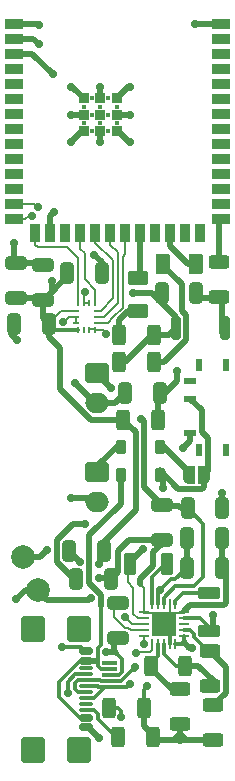
<source format=gbr>
%TF.GenerationSoftware,KiCad,Pcbnew,8.0.5*%
%TF.CreationDate,2024-09-18T17:55:33-04:00*%
%TF.ProjectId,cadence sensor,63616465-6e63-4652-9073-656e736f722e,rev?*%
%TF.SameCoordinates,Original*%
%TF.FileFunction,Copper,L1,Top*%
%TF.FilePolarity,Positive*%
%FSLAX46Y46*%
G04 Gerber Fmt 4.6, Leading zero omitted, Abs format (unit mm)*
G04 Created by KiCad (PCBNEW 8.0.5) date 2024-09-18 17:55:33*
%MOMM*%
%LPD*%
G01*
G04 APERTURE LIST*
G04 Aperture macros list*
%AMRoundRect*
0 Rectangle with rounded corners*
0 $1 Rounding radius*
0 $2 $3 $4 $5 $6 $7 $8 $9 X,Y pos of 4 corners*
0 Add a 4 corners polygon primitive as box body*
4,1,4,$2,$3,$4,$5,$6,$7,$8,$9,$2,$3,0*
0 Add four circle primitives for the rounded corners*
1,1,$1+$1,$2,$3*
1,1,$1+$1,$4,$5*
1,1,$1+$1,$6,$7*
1,1,$1+$1,$8,$9*
0 Add four rect primitives between the rounded corners*
20,1,$1+$1,$2,$3,$4,$5,0*
20,1,$1+$1,$4,$5,$6,$7,0*
20,1,$1+$1,$6,$7,$8,$9,0*
20,1,$1+$1,$8,$9,$2,$3,0*%
%AMFreePoly0*
4,1,19,0.500000,-0.750000,0.000000,-0.750000,0.000000,-0.744911,-0.071157,-0.744911,-0.207708,-0.704816,-0.327430,-0.627875,-0.420627,-0.520320,-0.479746,-0.390866,-0.500000,-0.250000,-0.500000,0.250000,-0.479746,0.390866,-0.420627,0.520320,-0.327430,0.627875,-0.207708,0.704816,-0.071157,0.744911,0.000000,0.744911,0.000000,0.750000,0.500000,0.750000,0.500000,-0.750000,0.500000,-0.750000,
$1*%
%AMFreePoly1*
4,1,19,0.000000,0.744911,0.071157,0.744911,0.207708,0.704816,0.327430,0.627875,0.420627,0.520320,0.479746,0.390866,0.500000,0.250000,0.500000,-0.250000,0.479746,-0.390866,0.420627,-0.520320,0.327430,-0.627875,0.207708,-0.704816,0.071157,-0.744911,0.000000,-0.744911,0.000000,-0.750000,-0.500000,-0.750000,-0.500000,0.750000,0.000000,0.750000,0.000000,0.744911,0.000000,0.744911,
$1*%
G04 Aperture macros list end*
%TA.AperFunction,SMDPad,CuDef*%
%ADD10RoundRect,0.250000X0.625000X-0.375000X0.625000X0.375000X-0.625000X0.375000X-0.625000X-0.375000X0*%
%TD*%
%TA.AperFunction,SMDPad,CuDef*%
%ADD11RoundRect,0.250000X-0.375000X-0.625000X0.375000X-0.625000X0.375000X0.625000X-0.375000X0.625000X0*%
%TD*%
%TA.AperFunction,SMDPad,CuDef*%
%ADD12RoundRect,0.250000X0.625000X-0.312500X0.625000X0.312500X-0.625000X0.312500X-0.625000X-0.312500X0*%
%TD*%
%TA.AperFunction,SMDPad,CuDef*%
%ADD13RoundRect,0.250000X-0.700000X0.275000X-0.700000X-0.275000X0.700000X-0.275000X0.700000X0.275000X0*%
%TD*%
%TA.AperFunction,SMDPad,CuDef*%
%ADD14RoundRect,0.200000X-0.200000X-0.800000X0.200000X-0.800000X0.200000X0.800000X-0.200000X0.800000X0*%
%TD*%
%TA.AperFunction,SMDPad,CuDef*%
%ADD15RoundRect,0.250000X0.650000X-0.325000X0.650000X0.325000X-0.650000X0.325000X-0.650000X-0.325000X0*%
%TD*%
%TA.AperFunction,SMDPad,CuDef*%
%ADD16RoundRect,0.250000X-0.325000X-0.650000X0.325000X-0.650000X0.325000X0.650000X-0.325000X0.650000X0*%
%TD*%
%TA.AperFunction,SMDPad,CuDef*%
%ADD17RoundRect,0.250000X0.312500X0.625000X-0.312500X0.625000X-0.312500X-0.625000X0.312500X-0.625000X0*%
%TD*%
%TA.AperFunction,SMDPad,CuDef*%
%ADD18R,0.600000X1.000000*%
%TD*%
%TA.AperFunction,SMDPad,CuDef*%
%ADD19R,0.600000X1.100000*%
%TD*%
%TA.AperFunction,SMDPad,CuDef*%
%ADD20R,1.000000X0.600000*%
%TD*%
%TA.AperFunction,SMDPad,CuDef*%
%ADD21RoundRect,0.225000X0.225000X0.375000X-0.225000X0.375000X-0.225000X-0.375000X0.225000X-0.375000X0*%
%TD*%
%TA.AperFunction,SMDPad,CuDef*%
%ADD22R,0.250000X0.475000*%
%TD*%
%TA.AperFunction,SMDPad,CuDef*%
%ADD23R,0.475000X0.250000*%
%TD*%
%TA.AperFunction,SMDPad,CuDef*%
%ADD24RoundRect,0.250000X-0.625000X0.312500X-0.625000X-0.312500X0.625000X-0.312500X0.625000X0.312500X0*%
%TD*%
%TA.AperFunction,SMDPad,CuDef*%
%ADD25RoundRect,0.250000X-0.312500X-0.625000X0.312500X-0.625000X0.312500X0.625000X-0.312500X0.625000X0*%
%TD*%
%TA.AperFunction,SMDPad,CuDef*%
%ADD26RoundRect,0.250000X0.325000X0.650000X-0.325000X0.650000X-0.325000X-0.650000X0.325000X-0.650000X0*%
%TD*%
%TA.AperFunction,SMDPad,CuDef*%
%ADD27C,2.000000*%
%TD*%
%TA.AperFunction,SMDPad,CuDef*%
%ADD28RoundRect,0.250000X-0.275000X-0.700000X0.275000X-0.700000X0.275000X0.700000X-0.275000X0.700000X0*%
%TD*%
%TA.AperFunction,ComponentPad*%
%ADD29RoundRect,0.250000X-0.750000X0.600000X-0.750000X-0.600000X0.750000X-0.600000X0.750000X0.600000X0*%
%TD*%
%TA.AperFunction,ComponentPad*%
%ADD30O,2.000000X1.700000*%
%TD*%
%TA.AperFunction,SMDPad,CuDef*%
%ADD31FreePoly0,0.000000*%
%TD*%
%TA.AperFunction,SMDPad,CuDef*%
%ADD32FreePoly1,0.000000*%
%TD*%
%TA.AperFunction,SMDPad,CuDef*%
%ADD33RoundRect,0.150000X-0.425000X0.150000X-0.425000X-0.150000X0.425000X-0.150000X0.425000X0.150000X0*%
%TD*%
%TA.AperFunction,SMDPad,CuDef*%
%ADD34RoundRect,0.075000X-0.500000X0.075000X-0.500000X-0.075000X0.500000X-0.075000X0.500000X0.075000X0*%
%TD*%
%TA.AperFunction,SMDPad,CuDef*%
%ADD35RoundRect,0.250000X-0.750000X0.840000X-0.750000X-0.840000X0.750000X-0.840000X0.750000X0.840000X0*%
%TD*%
%TA.AperFunction,SMDPad,CuDef*%
%ADD36R,1.500000X0.900000*%
%TD*%
%TA.AperFunction,SMDPad,CuDef*%
%ADD37R,0.900000X1.500000*%
%TD*%
%TA.AperFunction,SMDPad,CuDef*%
%ADD38R,0.900000X0.900000*%
%TD*%
%TA.AperFunction,ComponentPad*%
%ADD39C,0.400000*%
%TD*%
%TA.AperFunction,SMDPad,CuDef*%
%ADD40RoundRect,0.062500X-0.375000X-0.062500X0.375000X-0.062500X0.375000X0.062500X-0.375000X0.062500X0*%
%TD*%
%TA.AperFunction,SMDPad,CuDef*%
%ADD41RoundRect,0.062500X-0.062500X-0.375000X0.062500X-0.375000X0.062500X0.375000X-0.062500X0.375000X0*%
%TD*%
%TA.AperFunction,HeatsinkPad*%
%ADD42R,2.000000X2.000000*%
%TD*%
%TA.AperFunction,SMDPad,CuDef*%
%ADD43RoundRect,0.075000X0.200000X-0.075000X0.200000X0.075000X-0.200000X0.075000X-0.200000X-0.075000X0*%
%TD*%
%TA.AperFunction,ViaPad*%
%ADD44C,0.700000*%
%TD*%
%TA.AperFunction,Conductor*%
%ADD45C,0.500000*%
%TD*%
%TA.AperFunction,Conductor*%
%ADD46C,0.300000*%
%TD*%
%TA.AperFunction,Conductor*%
%ADD47C,0.200000*%
%TD*%
G04 APERTURE END LIST*
D10*
%TO.P,D4,1,K*%
%TO.N,Net-(D4-K)*%
X51700000Y-70770000D03*
%TO.P,D4,2,A*%
%TO.N,/LED_R*%
X51700000Y-67970000D03*
%TD*%
D11*
%TO.P,D3,1,K*%
%TO.N,Net-(D3-K)*%
X53800000Y-66770000D03*
%TO.P,D3,2,A*%
%TO.N,/LED_G*%
X56600000Y-66770000D03*
%TD*%
D12*
%TO.P,ROUT1,1*%
%TO.N,GND*%
X58050000Y-107100000D03*
%TO.P,ROUT1,2*%
%TO.N,Net-(U7-VOUT_SET)*%
X58050000Y-104175000D03*
%TD*%
D13*
%TO.P,L3,1,1*%
%TO.N,Net-(U7-LBUCK)*%
X57750000Y-94685000D03*
%TO.P,L3,2,2*%
%TO.N,+3V3*%
X57750000Y-97835000D03*
%TD*%
D14*
%TO.P,SW1,1,1*%
%TO.N,GND*%
X54900000Y-72200000D03*
%TO.P,SW1,2,2*%
%TO.N,Net-(C2-Pad1)*%
X59100000Y-72200000D03*
%TD*%
D15*
%TO.P,C5,1*%
%TO.N,+3V3*%
X43700000Y-69865000D03*
%TO.P,C5,2*%
%TO.N,GND*%
X43700000Y-66915000D03*
%TD*%
D16*
%TO.P,C10,1*%
%TO.N,+3V3*%
X45725000Y-67600000D03*
%TO.P,C10,2*%
%TO.N,GND*%
X48675000Y-67600000D03*
%TD*%
%TO.P,C1,1*%
%TO.N,+BATT*%
X55900000Y-87500000D03*
%TO.P,C1,2*%
%TO.N,GND*%
X58850000Y-87500000D03*
%TD*%
D17*
%TO.P,ROV2,1*%
%TO.N,Net-(U7-VRDIV)*%
X55712500Y-100825000D03*
%TO.P,ROV2,2*%
%TO.N,Net-(U7-VBAT_OV)*%
X52787500Y-100825000D03*
%TD*%
%TO.P,R6,1*%
%TO.N,Net-(U1-EN)*%
X53362500Y-80000000D03*
%TO.P,R6,2*%
%TO.N,+3V3*%
X50437500Y-80000000D03*
%TD*%
D18*
%TO.P,SW2,*%
%TO.N,*%
X59143000Y-82550000D03*
D19*
X59143000Y-75350000D03*
X56857000Y-82550000D03*
D18*
X56857000Y-75350000D03*
D20*
%TO.P,SW2,1,A*%
%TO.N,Net-(SW2-A)*%
X56150000Y-81150000D03*
%TO.P,SW2,2,B*%
%TO.N,Net-(D5-K)*%
X56150000Y-78250000D03*
%TO.P,SW2,3,C*%
%TO.N,unconnected-(SW2-C-Pad3)*%
X56150000Y-76750000D03*
%TD*%
D21*
%TO.P,D7,1,K*%
%TO.N,Net-(D7-K)*%
X53550000Y-82300000D03*
%TO.P,D7,2,A*%
%TO.N,+SOL*%
X50250000Y-82300000D03*
%TD*%
D22*
%TO.P,MT1,1,AP_SDO/AP_AD0*%
%TO.N,/SPI_SD0_Q_MISO*%
X48100000Y-70100000D03*
%TO.P,MT1,2,RESV*%
%TO.N,GND*%
X47600000Y-70100000D03*
%TO.P,MT1,3,RESV__1*%
X47100000Y-70100000D03*
%TO.P,MT1,4,INT1/INT*%
%TO.N,/ACC_INT*%
X46600000Y-70100000D03*
D23*
%TO.P,MT1,5,VDDIO*%
%TO.N,+3V3*%
X46437500Y-70762500D03*
%TO.P,MT1,6,GND*%
%TO.N,GND*%
X46437500Y-71262500D03*
%TO.P,MT1,7,FSYNC*%
X46437500Y-71762500D03*
D22*
%TO.P,MT1,8,VDD*%
%TO.N,+3V3*%
X46600000Y-72425000D03*
%TO.P,MT1,9,INT2*%
%TO.N,unconnected-(MT1-INT2-Pad9)*%
X47100000Y-72425000D03*
%TO.P,MT1,10,RESV__2*%
%TO.N,GND*%
X47600000Y-72425000D03*
%TO.P,MT1,11,RESV__3*%
X48100000Y-72425000D03*
D23*
%TO.P,MT1,12,AP_CS*%
%TO.N,/SPI_CS*%
X48262500Y-71762500D03*
%TO.P,MT1,13,AP_SCL/AP_SCLK*%
%TO.N,/SPI_SPC*%
X48262500Y-71262500D03*
%TO.P,MT1,14,AP_SDA/AP_SDIO/AP_SDI*%
%TO.N,/SPI_SDI_D_MOSI*%
X48262500Y-70762500D03*
%TD*%
D24*
%TO.P,ROV1,1*%
%TO.N,Net-(U7-VBAT_OV)*%
X55250000Y-102825000D03*
%TO.P,ROV1,2*%
%TO.N,GND*%
X55250000Y-105750000D03*
%TD*%
D16*
%TO.P,C12,1*%
%TO.N,Net-(C11-Pad2)*%
X45875000Y-91100000D03*
%TO.P,C12,2*%
%TO.N,+3V3*%
X48825000Y-91100000D03*
%TD*%
D15*
%TO.P,C3,1*%
%TO.N,+3V3*%
X41400000Y-69655000D03*
%TO.P,C3,2*%
%TO.N,GND*%
X41400000Y-66705000D03*
%TD*%
D25*
%TO.P,R5,1*%
%TO.N,GND*%
X50137500Y-75100000D03*
%TO.P,R5,2*%
%TO.N,Net-(D3-K)*%
X53062500Y-75100000D03*
%TD*%
D17*
%TO.P,R7,1*%
%TO.N,GND*%
X53062500Y-72800000D03*
%TO.P,R7,2*%
%TO.N,Net-(D4-K)*%
X50137500Y-72800000D03*
%TD*%
D15*
%TO.P,C8,1*%
%TO.N,Net-(C11-Pad2)*%
X53737500Y-90175000D03*
%TO.P,C8,2*%
%TO.N,+BATT*%
X53737500Y-87225000D03*
%TD*%
D26*
%TO.P,C4,1*%
%TO.N,+3V3*%
X44200000Y-71905000D03*
%TO.P,C4,2*%
%TO.N,GND*%
X41250000Y-71905000D03*
%TD*%
%TO.P,C15,1*%
%TO.N,Net-(C11-Pad2)*%
X58825000Y-92500000D03*
%TO.P,C15,2*%
%TO.N,Net-(U7-VOC_SAMP)*%
X55875000Y-92500000D03*
%TD*%
D27*
%TO.P,TP2,1,1*%
%TO.N,GND*%
X43200000Y-94400000D03*
%TD*%
D12*
%TO.P,R8,1*%
%TO.N,Net-(C2-Pad1)*%
X58600000Y-69595000D03*
%TO.P,R8,2*%
%TO.N,/BOOT*%
X58600000Y-66670000D03*
%TD*%
D25*
%TO.P,R9,1*%
%TO.N,Net-(J1-CC2)*%
X50037500Y-106810000D03*
%TO.P,R9,2*%
%TO.N,GND*%
X52962500Y-106810000D03*
%TD*%
D26*
%TO.P,C9,1*%
%TO.N,Net-(U1-EN)*%
X53575000Y-77700000D03*
%TO.P,C9,2*%
%TO.N,GND*%
X50625000Y-77700000D03*
%TD*%
D28*
%TO.P,L2,1,1*%
%TO.N,Net-(SW2-A)*%
X51025000Y-92200000D03*
%TO.P,L2,2,2*%
%TO.N,Net-(U7-LBOOST)*%
X54175000Y-92200000D03*
%TD*%
D21*
%TO.P,D5,1,K*%
%TO.N,Net-(D5-K)*%
X53550000Y-84650000D03*
%TO.P,D5,2,A*%
%TO.N,+5VUSB*%
X50250000Y-84650000D03*
%TD*%
D29*
%TO.P,J2,1,Pin_1*%
%TO.N,+BATT*%
X48250000Y-76050000D03*
D30*
%TO.P,J2,2,Pin_2*%
%TO.N,GND*%
X48250000Y-78550000D03*
%TD*%
D24*
%TO.P,ROUT2,1*%
%TO.N,Net-(U7-VOUT_SET)*%
X57800000Y-99600000D03*
%TO.P,ROUT2,2*%
%TO.N,Net-(U7-VRDIV)*%
X57800000Y-102525000D03*
%TD*%
D31*
%TO.P,JP1,1,A*%
%TO.N,Net-(D7-K)*%
X56000000Y-84650000D03*
D32*
%TO.P,JP1,2,B*%
%TO.N,Net-(D5-K)*%
X57300000Y-84650000D03*
%TD*%
D33*
%TO.P,J1,A1,GND*%
%TO.N,GND*%
X47325000Y-99600000D03*
%TO.P,J1,A4,VBUS*%
%TO.N,+5VUSB*%
X47325000Y-100400000D03*
D34*
%TO.P,J1,A5,CC1*%
%TO.N,Net-(J1-CC1)*%
X47325000Y-101550000D03*
%TO.P,J1,A6,D+*%
%TO.N,/USB_D+*%
X47325000Y-102550000D03*
%TO.P,J1,A7,D-*%
%TO.N,/USB_D-*%
X47325000Y-103050000D03*
%TO.P,J1,A8,SBU1*%
%TO.N,unconnected-(J1-SBU1-PadA8)*%
X47325000Y-104050000D03*
D33*
%TO.P,J1,A9,VBUS*%
%TO.N,+5VUSB*%
X47325000Y-105200000D03*
%TO.P,J1,A12,GND*%
%TO.N,GND*%
X47325000Y-106000000D03*
%TO.P,J1,B1,GND*%
X47325000Y-106000000D03*
%TO.P,J1,B4,VBUS*%
%TO.N,+5VUSB*%
X47325000Y-105200000D03*
D34*
%TO.P,J1,B5,CC2*%
%TO.N,Net-(J1-CC2)*%
X47325000Y-104550000D03*
%TO.P,J1,B6,D+*%
%TO.N,/USB_D+*%
X47325000Y-103550000D03*
%TO.P,J1,B7,D-*%
%TO.N,/USB_D-*%
X47325000Y-102050000D03*
%TO.P,J1,B8,SBU2*%
%TO.N,unconnected-(J1-SBU2-PadB8)*%
X47325000Y-101050000D03*
D33*
%TO.P,J1,B9,VBUS*%
%TO.N,+5VUSB*%
X47325000Y-100400000D03*
%TO.P,J1,B12,GND*%
%TO.N,GND*%
X47325000Y-99600000D03*
D35*
%TO.P,J1,S1,SHIELD*%
%TO.N,unconnected-(J1-SHIELD-PadS1)_2*%
X46750000Y-97690000D03*
%TO.N,unconnected-(J1-SHIELD-PadS1)_3*%
X42820000Y-97690000D03*
%TO.N,unconnected-(J1-SHIELD-PadS1)*%
X46750000Y-107910000D03*
%TO.N,unconnected-(J1-SHIELD-PadS1)_1*%
X42820000Y-107910000D03*
%TD*%
D29*
%TO.P,J4,1,Pin_1*%
%TO.N,+SOL*%
X48250000Y-84450000D03*
D30*
%TO.P,J4,2,Pin_2*%
%TO.N,GND*%
X48250000Y-86950000D03*
%TD*%
D36*
%TO.P,U1,1,GND*%
%TO.N,GND*%
X41250000Y-46450000D03*
%TO.P,U1,2,3V3*%
%TO.N,+3V3*%
X41250000Y-47720000D03*
%TO.P,U1,3,EN*%
%TO.N,Net-(U1-EN)*%
X41250000Y-48990000D03*
%TO.P,U1,4,IO4*%
%TO.N,unconnected-(U1-IO4-Pad4)*%
X41250000Y-50260000D03*
%TO.P,U1,5,IO5*%
%TO.N,unconnected-(U1-IO5-Pad5)*%
X41250000Y-51530000D03*
%TO.P,U1,6,IO6*%
%TO.N,unconnected-(U1-IO6-Pad6)*%
X41250000Y-52800000D03*
%TO.P,U1,7,IO7*%
%TO.N,unconnected-(U1-IO7-Pad7)*%
X41250000Y-54070000D03*
%TO.P,U1,8,IO15*%
%TO.N,unconnected-(U1-IO15-Pad8)*%
X41250000Y-55340000D03*
%TO.P,U1,9,IO16*%
%TO.N,unconnected-(U1-IO16-Pad9)*%
X41250000Y-56610000D03*
%TO.P,U1,10,IO17*%
%TO.N,unconnected-(U1-IO17-Pad10)*%
X41250000Y-57880000D03*
%TO.P,U1,11,IO18*%
%TO.N,unconnected-(U1-IO18-Pad11)*%
X41250000Y-59150000D03*
%TO.P,U1,12,IO8*%
%TO.N,unconnected-(U1-IO8-Pad12)*%
X41250000Y-60420000D03*
%TO.P,U1,13,IO19*%
%TO.N,/USB_D-*%
X41250000Y-61690000D03*
%TO.P,U1,14,IO20*%
%TO.N,/USB_D+*%
X41250000Y-62960000D03*
D37*
%TO.P,U1,15,IO3*%
%TO.N,/ACC_INT*%
X43015000Y-64210000D03*
%TO.P,U1,16,IO46*%
%TO.N,GND*%
X44285000Y-64210000D03*
%TO.P,U1,17,IO9*%
%TO.N,unconnected-(U1-IO9-Pad17)*%
X45555000Y-64210000D03*
%TO.P,U1,18,IO10*%
%TO.N,/SPI_SD0_Q_MISO*%
X46825000Y-64210000D03*
%TO.P,U1,19,IO11*%
%TO.N,/SPI_SDI_D_MOSI*%
X48095000Y-64210000D03*
%TO.P,U1,20,IO12*%
%TO.N,/SPI_SPC*%
X49365000Y-64210000D03*
%TO.P,U1,21,IO13*%
%TO.N,/SPI_CS*%
X50635000Y-64210000D03*
%TO.P,U1,22,IO14*%
%TO.N,/LED_R*%
X51905000Y-64210000D03*
%TO.P,U1,23,IO21*%
%TO.N,unconnected-(U1-IO21-Pad23)*%
X53175000Y-64210000D03*
%TO.P,U1,24,IO47*%
%TO.N,/LED_G*%
X54445000Y-64210000D03*
%TO.P,U1,25,IO48*%
%TO.N,unconnected-(U1-IO48-Pad25)*%
X55715000Y-64210000D03*
%TO.P,U1,26,IO45*%
%TO.N,unconnected-(U1-IO45-Pad26)*%
X56985000Y-64210000D03*
D36*
%TO.P,U1,27,IO0*%
%TO.N,/BOOT*%
X58750000Y-62960000D03*
%TO.P,U1,28,IO35*%
%TO.N,unconnected-(U1-IO35-Pad28)*%
X58750000Y-61690000D03*
%TO.P,U1,29,IO36*%
%TO.N,unconnected-(U1-IO36-Pad29)*%
X58750000Y-60420000D03*
%TO.P,U1,30,IO37*%
%TO.N,unconnected-(U1-IO37-Pad30)*%
X58750000Y-59150000D03*
%TO.P,U1,31,IO38*%
%TO.N,unconnected-(U1-IO38-Pad31)*%
X58750000Y-57880000D03*
%TO.P,U1,32,IO39*%
%TO.N,unconnected-(U1-IO39-Pad32)*%
X58750000Y-56610000D03*
%TO.P,U1,33,IO40*%
%TO.N,unconnected-(U1-IO40-Pad33)*%
X58750000Y-55340000D03*
%TO.P,U1,34,IO41*%
%TO.N,unconnected-(U1-IO41-Pad34)*%
X58750000Y-54070000D03*
%TO.P,U1,35,IO42*%
%TO.N,unconnected-(U1-IO42-Pad35)*%
X58750000Y-52800000D03*
%TO.P,U1,36,RXD0*%
%TO.N,unconnected-(U1-RXD0-Pad36)*%
X58750000Y-51530000D03*
%TO.P,U1,37,TXD0*%
%TO.N,unconnected-(U1-TXD0-Pad37)*%
X58750000Y-50260000D03*
%TO.P,U1,38,IO2*%
%TO.N,unconnected-(U1-IO2-Pad38)*%
X58750000Y-48990000D03*
%TO.P,U1,39,IO1*%
%TO.N,unconnected-(U1-IO1-Pad39)*%
X58750000Y-47720000D03*
%TO.P,U1,40,GND__1*%
%TO.N,GND*%
X58750000Y-46450000D03*
D38*
%TO.P,U1,41_1,GND__2*%
X48500000Y-54170000D03*
%TO.P,U1,41_2,GND__3*%
X47100000Y-54170000D03*
%TO.P,U1,41_3,GND__4*%
X49900000Y-54170000D03*
%TO.P,U1,41_4,GND__5*%
X47100000Y-55570000D03*
%TO.P,U1,41_5,GND__6*%
X48500000Y-55570000D03*
%TO.P,U1,41_6,GND__7*%
X49900000Y-55570000D03*
%TO.P,U1,41_7,GND__8*%
X47100000Y-52770000D03*
%TO.P,U1,41_8,GND__9*%
X48500000Y-52770000D03*
%TO.P,U1,41_9,GND__10*%
X49900000Y-52770000D03*
D39*
%TO.P,U1,41_10*%
%TO.N,N/C*%
X48500000Y-53470000D03*
%TO.P,U1,41_11*%
X47100000Y-53470000D03*
%TO.P,U1,41_12*%
X49900000Y-53470000D03*
%TO.P,U1,41_13*%
X47100000Y-54870000D03*
%TO.P,U1,41_14*%
X48500000Y-54870000D03*
%TO.P,U1,41_15*%
X49900000Y-54870000D03*
%TO.P,U1,41_16*%
X47800000Y-52770000D03*
%TO.P,U1,41_17*%
X49200000Y-52770000D03*
%TO.P,U1,41_18*%
X47800000Y-54170000D03*
%TO.P,U1,41_19*%
X49200000Y-54170000D03*
%TO.P,U1,41_20*%
X47800000Y-55570000D03*
%TO.P,U1,41_21*%
X49200000Y-55570000D03*
%TD*%
D16*
%TO.P,C11,1*%
%TO.N,Net-(D5-K)*%
X46450000Y-93500000D03*
%TO.P,C11,2*%
%TO.N,Net-(C11-Pad2)*%
X49400000Y-93500000D03*
%TD*%
D26*
%TO.P,C2,1*%
%TO.N,Net-(C2-Pad1)*%
X56650000Y-69300000D03*
%TO.P,C2,2*%
%TO.N,GND*%
X53700000Y-69300000D03*
%TD*%
%TO.P,C14,1*%
%TO.N,Net-(C11-Pad2)*%
X58825000Y-90000000D03*
%TO.P,C14,2*%
%TO.N,Net-(U7-VOC_SAMP)*%
X55875000Y-90000000D03*
%TD*%
D15*
%TO.P,C13,1*%
%TO.N,GND*%
X50000000Y-98485000D03*
%TO.P,C13,2*%
%TO.N,Net-(U7-VREF_SAMP)*%
X50000000Y-95535000D03*
%TD*%
D27*
%TO.P,TP1,1,1*%
%TO.N,+3V3*%
X42000000Y-91600000D03*
%TD*%
D40*
%TO.P,U7,1,VSS*%
%TO.N,Net-(C11-Pad2)*%
X52193750Y-96300000D03*
%TO.P,U7,2,VIN_DC*%
%TO.N,Net-(SW2-A)*%
X52193750Y-96800000D03*
%TO.P,U7,3,VOC_SAMP*%
%TO.N,Net-(U7-VOC_SAMP)*%
X52193750Y-97300000D03*
%TO.P,U7,4,VREF_SAMP*%
%TO.N,Net-(U7-VREF_SAMP)*%
X52193750Y-97800000D03*
%TO.P,U7,5,~{EN}*%
%TO.N,GND*%
X52193750Y-98300000D03*
D41*
%TO.P,U7,6,VOUT_EN*%
%TO.N,Net-(U7-VOC_SAMP)*%
X52881250Y-98987500D03*
%TO.P,U7,7,VBAT_OV*%
%TO.N,Net-(U7-VBAT_OV)*%
X53381250Y-98987500D03*
%TO.P,U7,8,VRDIV*%
%TO.N,Net-(U7-VRDIV)*%
X53881250Y-98987500D03*
%TO.P,U7,9,VSS*%
%TO.N,Net-(C11-Pad2)*%
X54381250Y-98987500D03*
%TO.P,U7,10,OK_HYST*%
%TO.N,GND*%
X54881250Y-98987500D03*
D40*
%TO.P,U7,11,OK_PROG*%
X55568750Y-98300000D03*
%TO.P,U7,12,VOUT_SET*%
%TO.N,Net-(U7-VOUT_SET)*%
X55568750Y-97800000D03*
%TO.P,U7,13,VBAT_OK*%
%TO.N,unconnected-(U7-VBAT_OK-Pad13)*%
X55568750Y-97300000D03*
%TO.P,U7,14,VOUT*%
%TO.N,+3V3*%
X55568750Y-96800000D03*
%TO.P,U7,15,VSS*%
%TO.N,Net-(C11-Pad2)*%
X55568750Y-96300000D03*
D41*
%TO.P,U7,16,LBUCK*%
%TO.N,Net-(U7-LBUCK)*%
X54881250Y-95612500D03*
%TO.P,U7,17,VSS*%
%TO.N,Net-(C11-Pad2)*%
X54381250Y-95612500D03*
%TO.P,U7,18,VBAT*%
%TO.N,+BATT*%
X53881250Y-95612500D03*
%TO.P,U7,19,VSTOR*%
%TO.N,Net-(U7-VOC_SAMP)*%
X53381250Y-95612500D03*
%TO.P,U7,20,LBOOST*%
%TO.N,Net-(U7-LBOOST)*%
X52881250Y-95612500D03*
D42*
%TO.P,U7,21,VSS*%
%TO.N,Net-(C11-Pad2)*%
X53881250Y-97300000D03*
%TD*%
D43*
%TO.P,U2,1,D1+*%
%TO.N,/USB_D+*%
X49700000Y-102600000D03*
%TO.P,U2,2,D1-*%
%TO.N,/USB_D-*%
X49700000Y-102100000D03*
%TO.P,U2,3,GND*%
%TO.N,GND*%
X49700000Y-101600000D03*
%TO.P,U2,4,D2+*%
%TO.N,+5VUSB*%
X49700000Y-101100000D03*
%TO.P,U2,5,D2-*%
%TO.N,Net-(U2-D2-)*%
X49700000Y-100600000D03*
%TO.P,U2,6,NC*%
X48930000Y-100600000D03*
%TO.P,U2,7,NC*%
%TO.N,+5VUSB*%
X48930000Y-101100000D03*
%TO.P,U2,8,GND*%
%TO.N,GND*%
X48930000Y-101600000D03*
%TO.P,U2,9,NC*%
%TO.N,/USB_D-*%
X48930000Y-102100000D03*
%TO.P,U2,10,NC*%
%TO.N,/USB_D+*%
X48930000Y-102600000D03*
%TD*%
D25*
%TO.P,R4,1*%
%TO.N,Net-(J1-CC1)*%
X49250000Y-104410000D03*
%TO.P,R4,2*%
%TO.N,GND*%
X52175000Y-104410000D03*
%TD*%
D44*
%TO.N,GND*%
X46350000Y-76900000D03*
X47734314Y-95065686D03*
X46000000Y-54150000D03*
X56300000Y-99335000D03*
X41500000Y-73250000D03*
X48422525Y-106972475D03*
X52200000Y-99000000D03*
X51000000Y-56500000D03*
X46000000Y-56500000D03*
X45250000Y-99245000D03*
X55250000Y-107100000D03*
X41250000Y-65000000D03*
X43300000Y-46600000D03*
X52500000Y-102535000D03*
X41400000Y-95200000D03*
X48500000Y-51800000D03*
X51300000Y-69300000D03*
X49000000Y-72700000D03*
X49000000Y-99645000D03*
X58850000Y-86200000D03*
X46000000Y-51800000D03*
X48500000Y-56500000D03*
X51000000Y-54150000D03*
X47250000Y-69200000D03*
X44625000Y-62375000D03*
X45400000Y-71700000D03*
X46000000Y-86650000D03*
X51000000Y-51800000D03*
X48000000Y-66000000D03*
X56500000Y-46500000D03*
%TO.N,+BATT*%
X49400000Y-77300000D03*
X52000000Y-79900000D03*
%TO.N,Net-(C11-Pad2)*%
X48400000Y-93400000D03*
X46800000Y-92050000D03*
%TO.N,Net-(SW2-A)*%
X52100000Y-90950000D03*
X55500000Y-82400000D03*
%TO.N,Net-(D5-K)*%
X47200000Y-88800000D03*
X53800000Y-85800000D03*
%TO.N,+3V3*%
X44450000Y-68200000D03*
X43300000Y-48190000D03*
X44000000Y-91000000D03*
X58050000Y-96500000D03*
X48400000Y-92200000D03*
%TO.N,Net-(U7-VOC_SAMP)*%
X50588429Y-96660000D03*
X51501248Y-99750002D03*
X53581249Y-94399955D03*
%TO.N,/USB_D+*%
X42750000Y-62750000D03*
X51044975Y-102344975D03*
%TO.N,Net-(J1-CC1)*%
X45745611Y-103146667D03*
X50250000Y-105145000D03*
%TO.N,/USB_D-*%
X43250000Y-62000000D03*
X51493750Y-100895000D03*
%TO.N,Net-(U1-EN)*%
X44470000Y-50730000D03*
X54981250Y-75878750D03*
%TD*%
D45*
%TO.N,GND*%
X50137500Y-75100000D02*
X50600000Y-75100000D01*
X50600000Y-75100000D02*
X52600000Y-73100000D01*
X47769669Y-95030331D02*
X47556727Y-95243273D01*
X43300000Y-46600000D02*
X43150000Y-46450000D01*
X43700000Y-66915000D02*
X43490000Y-66705000D01*
X56550000Y-46450000D02*
X56500000Y-46500000D01*
X58850000Y-87965000D02*
X58850000Y-86200000D01*
X53062500Y-72800000D02*
X54300000Y-72800000D01*
X48675000Y-67600000D02*
X48675000Y-66675000D01*
X49900000Y-52770000D02*
X49900000Y-52750000D01*
X44285000Y-62715000D02*
X44285000Y-64210000D01*
D46*
X50325000Y-101353120D02*
X50325000Y-100220000D01*
D47*
X47100000Y-70100000D02*
X47100000Y-69350000D01*
D45*
X55250000Y-106600000D02*
X54750000Y-107100000D01*
X43490000Y-66705000D02*
X41400000Y-66705000D01*
X53362500Y-107100000D02*
X52962500Y-106700000D01*
X56066250Y-99335000D02*
X56300000Y-99335000D01*
D47*
X47100000Y-69350000D02*
X47250000Y-69200000D01*
X47100000Y-70100000D02*
X47600000Y-70100000D01*
D46*
X52175000Y-102860000D02*
X52500000Y-102535000D01*
D45*
X47460050Y-106010000D02*
X47325000Y-106010000D01*
X55250000Y-106600000D02*
X55750000Y-107100000D01*
X44625000Y-62375000D02*
X44285000Y-62715000D01*
X47950000Y-86650000D02*
X48250000Y-86950000D01*
X55250000Y-107100000D02*
X58050000Y-107100000D01*
X47100000Y-54170000D02*
X46080000Y-54170000D01*
X48500000Y-55570000D02*
X48500000Y-56500000D01*
X49900000Y-54170000D02*
X50980000Y-54170000D01*
X50625000Y-77700000D02*
X49775000Y-78550000D01*
D46*
X55568750Y-98300000D02*
X55568750Y-98837500D01*
D47*
X45400000Y-71700000D02*
X45837500Y-71262500D01*
D45*
X49650000Y-99645000D02*
X49700000Y-99595000D01*
X48675000Y-66675000D02*
X48000000Y-66000000D01*
X49000000Y-99645000D02*
X49650000Y-99645000D01*
X52175000Y-104300000D02*
X52175000Y-105912500D01*
D46*
X50078120Y-101600000D02*
X50325000Y-101353120D01*
D45*
X46930000Y-55570000D02*
X47100000Y-55570000D01*
X49700000Y-98485000D02*
X49700000Y-99595000D01*
D47*
X48100000Y-72300000D02*
X47600000Y-72300000D01*
D45*
X40975000Y-72725000D02*
X40975000Y-71610000D01*
D46*
X50325000Y-100220000D02*
X49852500Y-99747500D01*
D45*
X50980000Y-54170000D02*
X51000000Y-54150000D01*
X41500000Y-73250000D02*
X40975000Y-72725000D01*
X58050000Y-107100000D02*
X55750000Y-107100000D01*
D46*
X49852500Y-99747500D02*
X49750000Y-99645000D01*
X48930000Y-101600000D02*
X49700000Y-101600000D01*
D45*
X47769669Y-95030331D02*
X47734314Y-95065686D01*
D46*
X55718750Y-98987500D02*
X55731250Y-99000000D01*
D47*
X48225000Y-72425000D02*
X48100000Y-72300000D01*
X49000000Y-72700000D02*
X48725000Y-72425000D01*
D45*
X55250000Y-107100000D02*
X54750000Y-107100000D01*
X46000000Y-86650000D02*
X47950000Y-86650000D01*
X52934830Y-69300000D02*
X51300000Y-69300000D01*
D46*
X54881250Y-98987500D02*
X55718750Y-98987500D01*
D45*
X41400000Y-66705000D02*
X41250000Y-66555000D01*
D47*
X52193750Y-98993750D02*
X52200000Y-99000000D01*
D45*
X47700000Y-78250000D02*
X46350000Y-76900000D01*
X54300000Y-72800000D02*
X54900000Y-72200000D01*
X49775000Y-78550000D02*
X48250000Y-78550000D01*
X46100000Y-56550000D02*
X46100000Y-56400000D01*
X52175000Y-105912500D02*
X52962500Y-106700000D01*
X55250000Y-107100000D02*
X55500000Y-107100000D01*
X54900000Y-71265170D02*
X52934830Y-69300000D01*
X47100000Y-52770000D02*
X46230000Y-51900000D01*
X54750000Y-107100000D02*
X53362500Y-107100000D01*
X43150000Y-46450000D02*
X41050000Y-46450000D01*
X47556727Y-95243273D02*
X44043273Y-95243273D01*
X48250000Y-78250000D02*
X47700000Y-78250000D01*
X55568750Y-98837500D02*
X56066250Y-99335000D01*
X50020000Y-55570000D02*
X49900000Y-55570000D01*
X42200000Y-94400000D02*
X41400000Y-95200000D01*
X46100000Y-56400000D02*
X46930000Y-55570000D01*
D46*
X55568750Y-98837500D02*
X55731250Y-99000000D01*
X47325000Y-99695000D02*
X46875000Y-99245000D01*
D45*
X48500000Y-52770000D02*
X48500000Y-51850000D01*
X54900000Y-72370000D02*
X54900000Y-71265170D01*
D47*
X45837500Y-71262500D02*
X46437500Y-71262500D01*
D45*
X55250000Y-105750000D02*
X55250000Y-106600000D01*
D46*
X46875000Y-99245000D02*
X45250000Y-99245000D01*
D45*
X51050000Y-56600000D02*
X50020000Y-55570000D01*
D46*
X49700000Y-101600000D02*
X50078120Y-101600000D01*
D45*
X43200000Y-94400000D02*
X42200000Y-94400000D01*
X49700000Y-99595000D02*
X49852500Y-99747500D01*
X55500000Y-107100000D02*
X54750000Y-107100000D01*
X46080000Y-54170000D02*
X46050000Y-54200000D01*
D47*
X52193750Y-98300000D02*
X52193750Y-98993750D01*
D45*
X49900000Y-52750000D02*
X50950000Y-51700000D01*
X55750000Y-107100000D02*
X55500000Y-107100000D01*
X41250000Y-66555000D02*
X41250000Y-65000000D01*
D47*
X46437500Y-71262500D02*
X46437500Y-71762500D01*
D45*
X44043273Y-95243273D02*
X43200000Y-94400000D01*
D47*
X48725000Y-72425000D02*
X48225000Y-72425000D01*
D46*
X52175000Y-104300000D02*
X52175000Y-102860000D01*
D45*
X46230000Y-51900000D02*
X46000000Y-51900000D01*
X48422525Y-106972475D02*
X47460050Y-106010000D01*
X58550000Y-46450000D02*
X56550000Y-46450000D01*
%TO.N,+BATT*%
X53762500Y-87250000D02*
X55215000Y-87250000D01*
X55215000Y-87250000D02*
X55775000Y-87810000D01*
D46*
X56450000Y-94100000D02*
X54871154Y-94100000D01*
D45*
X48250000Y-76150000D02*
X49400000Y-77300000D01*
X52000000Y-79900000D02*
X52200000Y-80100000D01*
D46*
X57250000Y-88850000D02*
X57250000Y-93300000D01*
D45*
X52200000Y-85687500D02*
X53737500Y-87225000D01*
X53737500Y-87225000D02*
X53762500Y-87250000D01*
D46*
X57250000Y-93300000D02*
X56450000Y-94100000D01*
X54871154Y-94100000D02*
X53881250Y-95089904D01*
X53881250Y-95089904D02*
X53881250Y-95612500D01*
D45*
X52200000Y-80100000D02*
X52200000Y-85687500D01*
X48250000Y-76050000D02*
X48250000Y-76150000D01*
D46*
X55900000Y-87500000D02*
X57250000Y-88850000D01*
D45*
%TO.N,Net-(C2-Pad1)*%
X56400000Y-69670000D02*
X58325000Y-69670000D01*
X58325000Y-69670000D02*
X58400000Y-69595000D01*
X58800000Y-69995000D02*
X58400000Y-69595000D01*
X58800000Y-72670000D02*
X58800000Y-69995000D01*
%TO.N,Net-(C11-Pad2)*%
X50000000Y-91078122D02*
X50000000Y-92900000D01*
D47*
X55568750Y-96300000D02*
X55518750Y-96350000D01*
X54831250Y-96350000D02*
X53881250Y-97300000D01*
D46*
X54381250Y-97800000D02*
X53881250Y-97300000D01*
D45*
X50000000Y-92900000D02*
X49400000Y-93500000D01*
D47*
X51900000Y-93935000D02*
X52193750Y-94228750D01*
D45*
X45875000Y-91127544D02*
X46850000Y-92102544D01*
D47*
X53881250Y-97300000D02*
X54381250Y-96800000D01*
D45*
X50928122Y-90150000D02*
X50000000Y-91078122D01*
X53737500Y-90490622D02*
X53000000Y-91228122D01*
X59200000Y-95531250D02*
X59200000Y-92875000D01*
X53737500Y-90175000D02*
X53712500Y-90150000D01*
D47*
X52931250Y-96350000D02*
X53881250Y-97300000D01*
D45*
X53712500Y-90150000D02*
X50928122Y-90150000D01*
X51900000Y-93451472D02*
X51900000Y-93935000D01*
D47*
X52193750Y-94228750D02*
X52193750Y-96300000D01*
X55518750Y-96350000D02*
X54831250Y-96350000D01*
D45*
X56068750Y-95700000D02*
X59031250Y-95700000D01*
X53000000Y-91228122D02*
X53000000Y-92351472D01*
X46852544Y-92102544D02*
X46800000Y-92050000D01*
X48400000Y-93400000D02*
X49300000Y-93400000D01*
X55568750Y-96200000D02*
X56068750Y-95700000D01*
X59031250Y-95700000D02*
X59200000Y-95531250D01*
X59200000Y-92875000D02*
X58825000Y-92500000D01*
X58825000Y-90000000D02*
X58825000Y-92500000D01*
X46850000Y-92102544D02*
X46852544Y-92102544D01*
D47*
X52243750Y-96350000D02*
X52931250Y-96350000D01*
D45*
X45875000Y-91100000D02*
X45875000Y-91127544D01*
D47*
X54381250Y-96800000D02*
X54381250Y-95612500D01*
D45*
X53737500Y-90175000D02*
X53737500Y-90490622D01*
X53000000Y-92351472D02*
X51900000Y-93451472D01*
X49300000Y-93400000D02*
X49400000Y-93500000D01*
D47*
X52193750Y-96300000D02*
X52243750Y-96350000D01*
D46*
X54381250Y-98987500D02*
X54381250Y-97800000D01*
D47*
%TO.N,Net-(SW2-A)*%
X51294239Y-96410000D02*
X51294239Y-94201739D01*
D45*
X56150000Y-81750000D02*
X56150000Y-81150000D01*
D47*
X52193750Y-96800000D02*
X51684239Y-96800000D01*
X50850000Y-93757500D02*
X50850000Y-92200000D01*
D45*
X52100000Y-90950000D02*
X50850000Y-92200000D01*
D47*
X51684239Y-96800000D02*
X51294239Y-96410000D01*
D45*
X55500000Y-82400000D02*
X56150000Y-81750000D01*
D47*
X51294239Y-94201739D02*
X50850000Y-93757500D01*
D45*
%TO.N,Net-(D5-K)*%
X44850000Y-90153122D02*
X46203122Y-88800000D01*
X53800000Y-84900000D02*
X53550000Y-84650000D01*
X57607000Y-81550000D02*
X57607000Y-84343000D01*
X57300000Y-85650000D02*
X57300000Y-84650000D01*
X55120000Y-85855000D02*
X57095000Y-85855000D01*
X44850000Y-92046878D02*
X44850000Y-90153122D01*
X53550000Y-84285000D02*
X55120000Y-85855000D01*
X57100000Y-79200000D02*
X57100000Y-81043000D01*
X46203122Y-88800000D02*
X47200000Y-88800000D01*
X53800000Y-85800000D02*
X53800000Y-84900000D01*
X46303122Y-93500000D02*
X44850000Y-92046878D01*
X57607000Y-84343000D02*
X57300000Y-84650000D01*
X57095000Y-85855000D02*
X57300000Y-85650000D01*
X57100000Y-81043000D02*
X57607000Y-81550000D01*
X46450000Y-93500000D02*
X46303122Y-93500000D01*
X56150000Y-78250000D02*
X57100000Y-79200000D01*
%TO.N,+3V3*%
X43700000Y-69865000D02*
X43490000Y-69655000D01*
D46*
X46590000Y-72415000D02*
X46600000Y-72425000D01*
D45*
X42000000Y-91600000D02*
X43400000Y-91600000D01*
X44450000Y-69115000D02*
X44432500Y-69132500D01*
D46*
X57981250Y-97825000D02*
X56956250Y-96800000D01*
D45*
X44450000Y-68200000D02*
X44450000Y-69115000D01*
X47711522Y-80000000D02*
X45100000Y-77388478D01*
X48650000Y-90500000D02*
X51500000Y-87650000D01*
X43700000Y-71405000D02*
X44200000Y-71905000D01*
X58050000Y-97756250D02*
X58050000Y-96500000D01*
X50437500Y-80000000D02*
X47711522Y-80000000D01*
X51500000Y-87650000D02*
X51500000Y-81062500D01*
X45100000Y-73900000D02*
X44200000Y-73000000D01*
X48500000Y-90750000D02*
X48500000Y-92100000D01*
X42830000Y-47720000D02*
X41050000Y-47720000D01*
D46*
X56956250Y-96800000D02*
X55568750Y-96800000D01*
D45*
X43490000Y-69655000D02*
X41400000Y-69655000D01*
X45100000Y-77388478D02*
X45100000Y-73900000D01*
X48500000Y-92100000D02*
X48400000Y-92200000D01*
D47*
X45217500Y-70762500D02*
X44200000Y-71780000D01*
D46*
X44275000Y-72415000D02*
X46590000Y-72415000D01*
D45*
X43700000Y-69865000D02*
X43700000Y-71405000D01*
X45725000Y-67600000D02*
X45725000Y-67840000D01*
X43300000Y-48190000D02*
X42830000Y-47720000D01*
D47*
X46437500Y-70762500D02*
X45217500Y-70762500D01*
D45*
X50437500Y-80000000D02*
X51500000Y-81062500D01*
X57981250Y-97825000D02*
X58050000Y-97756250D01*
X45725000Y-67840000D02*
X44432500Y-69132500D01*
X44200000Y-73000000D02*
X44200000Y-71905000D01*
X43400000Y-91600000D02*
X44000000Y-91000000D01*
X44432500Y-69132500D02*
X43700000Y-69865000D01*
D47*
%TO.N,Net-(U7-VREF_SAMP)*%
X50884744Y-97610000D02*
X51074744Y-97800000D01*
X49700000Y-96700000D02*
X50610000Y-97610000D01*
X51741864Y-97800000D02*
X52193750Y-97800000D01*
X50610000Y-97610000D02*
X50884744Y-97610000D01*
X49700000Y-95535000D02*
X49700000Y-96700000D01*
X51074744Y-97800000D02*
X52193750Y-97800000D01*
D46*
%TO.N,Net-(U7-VOC_SAMP)*%
X53581249Y-94399955D02*
X53381250Y-94599954D01*
D47*
X52881250Y-99500000D02*
X52881250Y-98987500D01*
X52731250Y-99650000D02*
X52881250Y-99500000D01*
X51228429Y-97300000D02*
X52193750Y-97300000D01*
D46*
X53581249Y-94399955D02*
X54481204Y-93500000D01*
X54875000Y-93500000D02*
X55875000Y-92500000D01*
D45*
X55875000Y-90000000D02*
X55875000Y-92500000D01*
D46*
X54481204Y-93500000D02*
X54875000Y-93500000D01*
D47*
X51511246Y-99650000D02*
X52731250Y-99650000D01*
X50588429Y-96660000D02*
X51228429Y-97300000D01*
D46*
X53381250Y-94599954D02*
X53381250Y-95612500D01*
D45*
%TO.N,Net-(D3-K)*%
X55750000Y-71125220D02*
X55750000Y-73274780D01*
X55400000Y-68495000D02*
X55400000Y-70775220D01*
X55750000Y-73274780D02*
X53924780Y-75100000D01*
X55400000Y-70775220D02*
X55750000Y-71125220D01*
X53675000Y-66770000D02*
X55400000Y-68495000D01*
X53924780Y-75100000D02*
X53062500Y-75100000D01*
%TO.N,/LED_G*%
X54445000Y-64210000D02*
X54445000Y-65240000D01*
X54445000Y-65240000D02*
X55975000Y-66770000D01*
X55975000Y-66770000D02*
X56600000Y-66770000D01*
%TO.N,/LED_R*%
X51905000Y-67665000D02*
X51600000Y-67970000D01*
X51905000Y-64210000D02*
X51905000Y-67665000D01*
%TO.N,Net-(D4-K)*%
X50137500Y-71532500D02*
X50900000Y-70770000D01*
X50137500Y-73100000D02*
X50137500Y-71532500D01*
D46*
%TO.N,+5VUSB*%
X49700000Y-101100000D02*
X48930000Y-101100000D01*
X45000000Y-103424695D02*
X46785305Y-105210000D01*
X47325000Y-100495000D02*
X46700940Y-100495000D01*
D45*
X48115000Y-100410000D02*
X48205000Y-100500000D01*
D46*
X48600000Y-95800000D02*
X48600000Y-99055050D01*
X48551880Y-101100000D02*
X48930000Y-101100000D01*
X46785305Y-105210000D02*
X47325000Y-105210000D01*
X48600000Y-99055050D02*
X48300000Y-99355050D01*
D45*
X47600000Y-89731371D02*
X50250000Y-87081371D01*
X47325000Y-100410000D02*
X48115000Y-100410000D01*
D46*
X45000000Y-102195940D02*
X45000000Y-103424695D01*
X46700940Y-100495000D02*
X45000000Y-102195940D01*
D45*
X48600000Y-94800000D02*
X47600000Y-93800000D01*
X48600000Y-95800000D02*
X48600000Y-94800000D01*
X50250000Y-87081371D02*
X50250000Y-84650000D01*
D46*
X48300000Y-100848120D02*
X48551880Y-101100000D01*
X48300000Y-99355050D02*
X48300000Y-100848120D01*
D45*
X47600000Y-93800000D02*
X47600000Y-89731371D01*
%TO.N,Net-(D7-K)*%
X55650000Y-84035000D02*
X55750000Y-84035000D01*
X53550000Y-81935000D02*
X55650000Y-84035000D01*
%TO.N,+SOL*%
X48250000Y-83935000D02*
X50250000Y-81935000D01*
X48250000Y-84450000D02*
X48250000Y-83935000D01*
D46*
%TO.N,/USB_D+*%
X50779950Y-102610000D02*
X49650000Y-102610000D01*
X48344773Y-102600000D02*
X48930000Y-102600000D01*
X48294773Y-102550000D02*
X48344773Y-102600000D01*
X48930000Y-102633120D02*
X48013120Y-103550000D01*
D47*
X42175001Y-62960000D02*
X41050000Y-62960000D01*
D46*
X51044975Y-102344975D02*
X50779950Y-102610000D01*
D47*
X42800000Y-62800000D02*
X42335001Y-62800000D01*
D46*
X48930000Y-102600000D02*
X48930000Y-102633120D01*
D47*
X42335001Y-62800000D02*
X42175001Y-62960000D01*
D46*
X48013120Y-103550000D02*
X47325000Y-103550000D01*
X47325000Y-102550000D02*
X48294773Y-102550000D01*
X49700000Y-102600000D02*
X48930000Y-102600000D01*
%TO.N,Net-(J1-CC2)*%
X47325000Y-104550000D02*
X47961262Y-104550000D01*
X48337500Y-105290456D02*
X49857044Y-106810000D01*
X47961262Y-104550000D02*
X48337500Y-104926238D01*
X49857044Y-106810000D02*
X50037500Y-106810000D01*
X48337500Y-104926238D02*
X48337500Y-105290456D01*
%TO.N,Net-(J1-CC1)*%
X50250000Y-104645000D02*
X50015000Y-104410000D01*
X50250000Y-105145000D02*
X50250000Y-104645000D01*
X46390000Y-101550000D02*
X47325000Y-101550000D01*
X50015000Y-104410000D02*
X49250000Y-104410000D01*
X45745611Y-102194389D02*
X46390000Y-101550000D01*
X45745611Y-103146667D02*
X45745611Y-102194389D01*
%TO.N,/USB_D-*%
X49700000Y-102100000D02*
X48930000Y-102100000D01*
X47325000Y-102050000D02*
X46646880Y-102050000D01*
X46636880Y-103050000D02*
X47325000Y-103050000D01*
X46400000Y-102296880D02*
X46400000Y-102813120D01*
D47*
X42870337Y-61690000D02*
X41230000Y-61690000D01*
X43280337Y-62100000D02*
X42870337Y-61690000D01*
D46*
X46400000Y-102813120D02*
X46636880Y-103050000D01*
X49700000Y-102100000D02*
X50300000Y-102100000D01*
X48551880Y-102100000D02*
X48930000Y-102100000D01*
X48501880Y-102050000D02*
X48551880Y-102100000D01*
X51493750Y-101051300D02*
X51493750Y-100785000D01*
X46646880Y-102050000D02*
X46400000Y-102296880D01*
X51238700Y-101161300D02*
X51493750Y-101161300D01*
X50300000Y-102100000D02*
X51238700Y-101161300D01*
X47325000Y-102050000D02*
X48501880Y-102050000D01*
%TO.N,Net-(U7-LBOOST)*%
X54000000Y-92200000D02*
X52881250Y-93318750D01*
X52881250Y-93318750D02*
X52881250Y-95612500D01*
%TO.N,Net-(U7-LBUCK)*%
X55556250Y-94675000D02*
X57981250Y-94675000D01*
X54881250Y-95612500D02*
X54881250Y-95350000D01*
X54881250Y-95350000D02*
X55556250Y-94675000D01*
D47*
%TO.N,/SPI_CS*%
X48262500Y-71762500D02*
X49137500Y-71762500D01*
X50400000Y-66200000D02*
X50635000Y-65965000D01*
X50635000Y-65965000D02*
X50635000Y-64210000D01*
X49137500Y-71762500D02*
X49587500Y-71312500D01*
X49587500Y-71312500D02*
X49587500Y-71304682D01*
X49587500Y-71304682D02*
X50400000Y-70492182D01*
X50400000Y-70492182D02*
X50400000Y-66200000D01*
%TO.N,/ACC_INT*%
X43015000Y-65160000D02*
X43015000Y-64210000D01*
X46600000Y-66300000D02*
X45700000Y-65400000D01*
X46600000Y-70100000D02*
X46600000Y-66300000D01*
X43255000Y-65400000D02*
X43015000Y-65160000D01*
X45700000Y-65400000D02*
X43255000Y-65400000D01*
%TO.N,/SPI_SDI_D_MOSI*%
X48537500Y-70762500D02*
X49600000Y-69700000D01*
X48095000Y-64995000D02*
X48095000Y-64210000D01*
X48262500Y-70762500D02*
X48537500Y-70762500D01*
X49600000Y-69700000D02*
X49600000Y-66500000D01*
X49600000Y-66500000D02*
X48095000Y-64995000D01*
%TO.N,/SPI_SD0_Q_MISO*%
X47200000Y-68100000D02*
X48100000Y-69000000D01*
X46825000Y-65525000D02*
X47200000Y-65900000D01*
X48100000Y-69000000D02*
X48100000Y-70100000D01*
X47200000Y-65900000D02*
X47200000Y-68100000D01*
X46825000Y-64210000D02*
X46825000Y-65525000D01*
%TO.N,/SPI_SPC*%
X48262500Y-71262500D02*
X48837500Y-71262500D01*
X50000000Y-70100000D02*
X50000000Y-65800000D01*
X48837500Y-71262500D02*
X50000000Y-70100000D01*
X49365000Y-65165000D02*
X49365000Y-64210000D01*
X50000000Y-65800000D02*
X49365000Y-65165000D01*
D45*
%TO.N,/BOOT*%
X58600000Y-63110000D02*
X58600000Y-66470000D01*
X58550000Y-62960000D02*
X58750000Y-62960000D01*
X58600000Y-66470000D02*
X58550000Y-66520000D01*
X58750000Y-62960000D02*
X58600000Y-63110000D01*
%TO.N,Net-(U7-VOUT_SET)*%
X59125000Y-100925000D02*
X59125000Y-103134378D01*
X57800000Y-99600000D02*
X59125000Y-100925000D01*
D46*
X56450000Y-98158654D02*
X56450000Y-98385000D01*
X56091346Y-97800000D02*
X56450000Y-98158654D01*
D45*
X59125000Y-103134378D02*
X58084378Y-104175000D01*
D46*
X56450000Y-98385000D02*
X57665000Y-99600000D01*
D45*
X58084378Y-104175000D02*
X58050000Y-104175000D01*
D46*
X55568750Y-97800000D02*
X56091346Y-97800000D01*
%TO.N,Net-(U7-VRDIV)*%
X53881250Y-98987500D02*
X53881250Y-99787500D01*
X53881250Y-99787500D02*
X54918750Y-100825000D01*
D45*
X55481250Y-100825000D02*
X56825000Y-100825000D01*
D46*
X54918750Y-100825000D02*
X55481250Y-100825000D01*
D45*
X56825000Y-100825000D02*
X58131250Y-102131250D01*
X58131250Y-102131250D02*
X58131250Y-102525000D01*
D46*
%TO.N,Net-(U7-VBAT_OV)*%
X53381250Y-98987500D02*
X53381250Y-100000000D01*
D45*
X52556250Y-100825000D02*
X54556250Y-102825000D01*
X54556250Y-102825000D02*
X55250000Y-102825000D01*
D46*
X53381250Y-100000000D02*
X52556250Y-100825000D01*
%TO.N,Net-(U2-D2-)*%
X49700000Y-100600000D02*
X48930000Y-100600000D01*
D45*
%TO.N,Net-(U1-EN)*%
X42730000Y-48990000D02*
X41050000Y-48990000D01*
X54981250Y-76728750D02*
X54981250Y-75878750D01*
X53362500Y-77912500D02*
X53575000Y-77700000D01*
X44470000Y-50730000D02*
X42730000Y-48990000D01*
X54010000Y-77700000D02*
X54981250Y-76728750D01*
X53362500Y-80000000D02*
X53362500Y-77912500D01*
X53575000Y-77700000D02*
X54010000Y-77700000D01*
%TD*%
M02*

</source>
